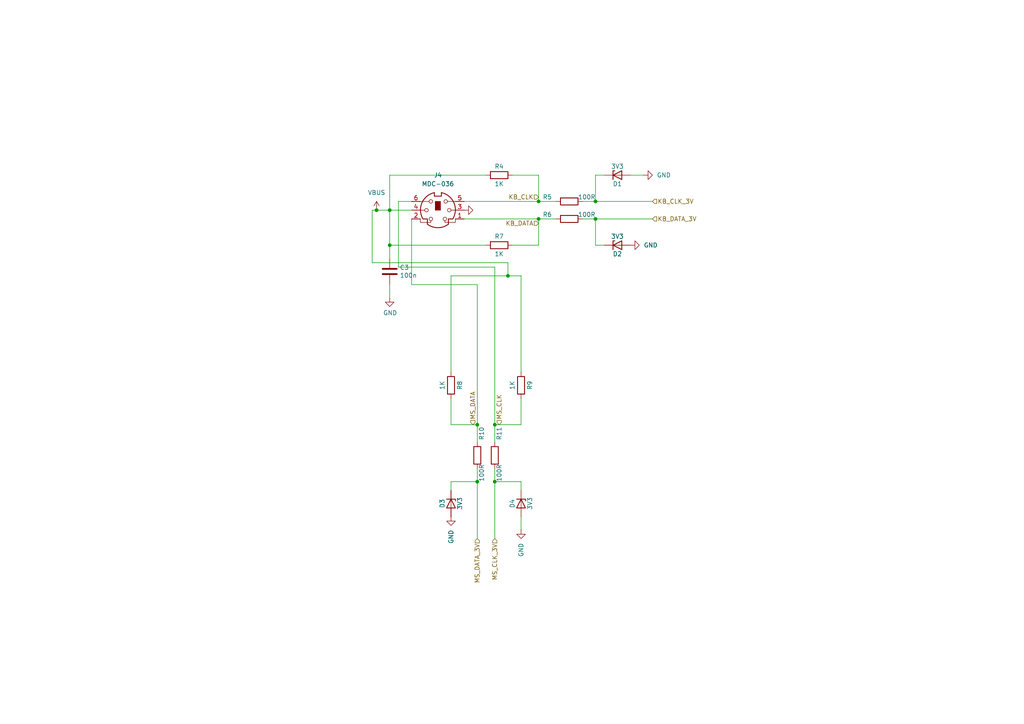
<source format=kicad_sch>
(kicad_sch (version 20250114) (generator "eeschema") (generator_version "9.0")
  (paper "A4")
  (title_block (title "TurboFRANK") (date "2025-03-19") (rev "1.04") (company "Mikhail Matveev") (comment 1 "https://github.com/xtremespb/frank"))
  (lib_symbols
    (symbol "Connector:Mini-DIN-6" (pin_names (offset 1.016))
      (property "Reference" "J" (at 0 6.35 0))
      (property "Value" "Mini-DIN-6" (at 0 -6.35 0))
      (symbol "Mini-DIN-6_0_1"
        (polyline (pts (xy -4.318 -2.54) (xy -3.048 -2.54) (xy -3.048 -4.064)) (stroke (width 0.254)))
        (polyline (pts (xy -3.81 0) (xy -5.08 0)))
        (circle (center -3.302 0) (radius 0.508))
        (polyline (pts (xy -2.54 2.54) (xy -5.08 2.54)))
        (circle (center -2.032 2.54) (radius 0.508))
        (circle (center -2.032 -2.54) (radius 0.508))
        (polyline (pts (xy -2.032 -3.048) (xy -2.032 -3.556) (xy -5.08 -3.556) (xy -5.08 -2.54)))
        (polyline (pts (xy -1.016 5.08) (xy -1.016 4.064) (xy 1.016 4.064) (xy 1.016 5.08)) (stroke (width 0.254)))
        (rectangle (start -0.762 2.54) (end 0.762 0) (fill (type outline)))
        (arc (start 3.048 -4.064) (mid 0 -5.08) (end -3.048 -4.064) (stroke (width 0.254)))
        (arc (start 1.016 5.08) (mid 4.6646 2.1356) (end 4.318 -2.54) (stroke (width 0.254)))
        (arc (start -4.318 -2.54) (mid -4.6241 2.1181) (end -1.016 5.08) (stroke (width 0.254)))
        (circle (center 2.032 -2.54) (radius 0.508))
        (polyline (pts (xy 2.032 -3.048) (xy 2.032 -3.556) (xy 5.08 -3.556) (xy 5.08 -2.54)))
        (circle (center 2.286 2.54) (radius 0.508))
        (polyline (pts (xy 2.794 2.54) (xy 5.08 2.54)))
        (circle (center 3.302 0) (radius 0.508))
        (polyline (pts (xy 4.318 -2.54) (xy 3.048 -2.54) (xy 3.048 -4.064)) (stroke (width 0.254)))
        (polyline (pts (xy 5.08 0) (xy 3.81 0)))
      )
      (symbol "Mini-DIN-6_1_1"
        (pin passive line (at -7.62 2.54 0) (length 2.54) (name "~") (number "6"))
        (pin passive line (at -7.62 0 0) (length 2.54) (name "~") (number "4"))
        (pin passive line (at -7.62 -2.54 0) (length 2.54) (name "~") (number "2"))
        (pin passive line (at 7.62 2.54 180) (length 2.54) (name "~") (number "5"))
        (pin passive line (at 7.62 0 180) (length 2.54) (name "~") (number "3"))
        (pin passive line (at 7.62 -2.54 180) (length 2.54) (name "~") (number "1"))
      )
    )
    (symbol "Device:C" (pin_numbers (hide yes)) (pin_names (offset 0.254))
      (property "Reference" "C" (at 0.635 2.54 0))
      (property "Value" "C" (at 0.635 -2.54 0))
      (symbol "C_0_1"
        (polyline (pts (xy -2.032 0.762) (xy 2.032 0.762)) (stroke (width 0.508)))
        (polyline (pts (xy -2.032 -0.762) (xy 2.032 -0.762)) (stroke (width 0.508)))
      )
      (symbol "C_1_1"
        (pin passive line (at 0 3.81 270) (length 2.794) (name "~") (number "1"))
        (pin passive line (at 0 -3.81 90) (length 2.794) (name "~") (number "2"))
      )
    )
    (symbol "Device:D_Zener" (pin_numbers (hide yes)) (pin_names (offset 1.016) (hide yes))
      (property "Reference" "D" (at 0 2.54 0))
      (property "Value" "D_Zener" (at 0 -2.54 0))
      (symbol "D_Zener_0_1"
        (polyline (pts (xy -1.27 -1.27) (xy -1.27 1.27) (xy -0.762 1.27)) (stroke (width 0.254)))
        (polyline (pts (xy 1.27 0) (xy -1.27 0)))
        (polyline (pts (xy 1.27 -1.27) (xy 1.27 1.27) (xy -1.27 0) (xy 1.27 -1.27)) (stroke (width 0.254)))
      )
      (symbol "D_Zener_1_1"
        (pin passive line (at -3.81 0 0) (length 2.54) (name "K") (number "1"))
        (pin passive line (at 3.81 0 180) (length 2.54) (name "A") (number "2"))
      )
    )
    (symbol "Device:R" (pin_numbers (hide yes)) (pin_names (offset 0))
      (property "Reference" "R" (at 2.032 0 90))
      (property "Value" "R" (at 0 0 90))
      (symbol "R_0_1"
        (rectangle (start -1.016 -2.54) (end 1.016 2.54) (stroke (width 0.254)))
      )
      (symbol "R_1_1"
        (pin passive line (at 0 3.81 270) (length 1.27) (name "~") (number "1"))
        (pin passive line (at 0 -3.81 90) (length 1.27) (name "~") (number "2"))
      )
    )
    (symbol "GND_1" (power) (pin_numbers (hide yes)) (pin_names (offset 0) (hide yes))
      (property "Value" "GND" (at 0 -3.81 0))
      (symbol "GND_1_0_1"
        (polyline (pts (xy 0 0) (xy 0 -1.27) (xy 1.27 -1.27) (xy 0 -2.54) (xy -1.27 -1.27) (xy 0 -1.27)))
      )
      (symbol "GND_1_1_1"
        (pin power_in line (at 0 0 270) (length 0) (name "~") (number "1"))
      )
    )
    (symbol "GND_2" (power) (pin_numbers (hide yes)) (pin_names (offset 0) (hide yes))
      (property "Value" "GND" (at 0 -3.81 0))
      (symbol "GND_2_0_1"
        (polyline (pts (xy 0 0) (xy 0 -1.27) (xy 1.27 -1.27) (xy 0 -2.54) (xy -1.27 -1.27) (xy 0 -1.27)))
      )
      (symbol "GND_2_1_1"
        (pin power_in line (at 0 0 270) (length 0) (name "~") (number "1"))
      )
    )
    (symbol "GND_3" (power) (pin_numbers (hide yes)) (pin_names (offset 0) (hide yes))
      (property "Value" "GND" (at 0 -3.81 0))
      (symbol "GND_3_0_1"
        (polyline (pts (xy 0 0) (xy 0 -1.27) (xy 1.27 -1.27) (xy 0 -2.54) (xy -1.27 -1.27) (xy 0 -1.27)))
      )
      (symbol "GND_3_1_1"
        (pin power_in line (at 0 0 270) (length 0) (name "~") (number "1"))
      )
    )
    (symbol "GND_4" (power) (pin_numbers (hide yes)) (pin_names (offset 0) (hide yes))
      (property "Value" "GND" (at 0 -3.81 0))
      (symbol "GND_4_0_1"
        (polyline (pts (xy 0 0) (xy 0 -1.27) (xy 1.27 -1.27) (xy 0 -2.54) (xy -1.27 -1.27) (xy 0 -1.27)))
      )
      (symbol "GND_4_1_1"
        (pin power_in line (at 0 0 270) (length 0) (name "~") (number "1"))
      )
    )
    (symbol "GND_6" (power) (pin_numbers (hide yes)) (pin_names (offset 0) (hide yes))
      (property "Value" "GND" (at 0 -3.81 0))
      (symbol "GND_6_0_1"
        (polyline (pts (xy 0 0) (xy 0 -1.27) (xy 1.27 -1.27) (xy 0 -2.54) (xy -1.27 -1.27) (xy 0 -1.27)))
      )
      (symbol "GND_6_1_1"
        (pin power_in line (at 0 0 270) (length 0) (name "~") (number "1"))
      )
    )
    (symbol "power:GND" (power) (pin_numbers (hide yes)) (pin_names (offset 0) (hide yes))
      (property "Value" "GND" (at 0 -3.81 0))
      (symbol "GND_0_1"
        (polyline (pts (xy 0 0) (xy 0 -1.27) (xy 1.27 -1.27) (xy 0 -2.54) (xy -1.27 -1.27) (xy 0 -1.27)))
      )
      (symbol "GND_1_1"
        (pin power_in line (at 0 0 270) (length 0) (name "~") (number "1"))
      )
    )
    (symbol "power:VBUS" (power) (pin_numbers (hide yes)) (pin_names (offset 0) (hide yes))
      (property "Value" "VBUS" (at 0 3.556 0))
      (symbol "VBUS_0_1"
        (polyline (pts (xy -0.762 1.27) (xy 0 2.54)))
        (polyline (pts (xy 0 2.54) (xy 0.762 1.27)))
        (polyline (pts (xy 0 0) (xy 0 2.54)))
      )
      (symbol "VBUS_1_1"
        (pin power_in line (at 0 0 90) (length 0) (name "~") (number "1"))
      )
    )
  )
  (junction (at 172.72 63.5))
  (junction (at 138.43 139.7))
  (junction (at 147.32 80.01))
  (junction (at 138.43 123.19))
  (junction (at 156.21 58.42))
  (junction (at 113.03 60.96))
  (junction (at 172.72 58.42))
  (junction (at 143.51 139.7))
  (junction (at 113.03 71.12))
  (junction (at 143.51 123.19))
  (junction (at 156.21 63.5))
  (junction (at 109.22 60.96))
  (wire (pts (xy 138.43 139.7) (xy 138.43 156.21)))
  (wire (pts (xy 151.13 123.19) (xy 143.51 123.19)))
  (wire (pts (xy 151.13 139.7) (xy 143.51 139.7)))
  (wire (pts (xy 156.21 63.5) (xy 161.29 63.5)))
  (wire (pts (xy 156.21 58.42) (xy 161.29 58.42)))
  (wire (pts (xy 140.97 71.12) (xy 113.03 71.12)))
  (wire (pts (xy 130.81 107.95) (xy 130.81 80.01)))
  (wire (pts (xy 130.81 115.57) (xy 130.81 123.19)))
  (wire (pts (xy 109.22 60.96) (xy 107.95 60.96)))
  (wire (pts (xy 113.03 71.12) (xy 113.03 74.93)))
  (wire (pts (xy 113.03 50.8) (xy 113.03 60.96)))
  (wire (pts (xy 143.51 139.7) (xy 143.51 135.89)))
  (wire (pts (xy 143.51 139.7) (xy 143.51 156.21)))
  (wire (pts (xy 119.38 63.5) (xy 119.38 82.55)))
  (wire (pts (xy 182.88 50.8) (xy 186.69 50.8)))
  (wire (pts (xy 151.13 142.24) (xy 151.13 139.7)))
  (wire (pts (xy 172.72 63.5) (xy 168.91 63.5)))
  (wire (pts (xy 172.72 71.12) (xy 172.72 63.5)))
  (wire (pts (xy 151.13 115.57) (xy 151.13 123.19)))
  (wire (pts (xy 172.72 63.5) (xy 189.23 63.5)))
  (wire (pts (xy 113.03 71.12) (xy 113.03 60.96)))
  (wire (pts (xy 140.97 50.8) (xy 113.03 50.8)))
  (wire (pts (xy 119.38 58.42) (xy 115.57 58.42)))
  (wire (pts (xy 147.32 76.2) (xy 147.32 80.01)))
  (wire (pts (xy 147.32 80.01) (xy 151.13 80.01)))
  (wire (pts (xy 130.81 139.7) (xy 138.43 139.7)))
  (wire (pts (xy 175.26 71.12) (xy 172.72 71.12)))
  (wire (pts (xy 138.43 123.19) (xy 130.81 123.19)))
  (wire (pts (xy 175.26 50.8) (xy 172.72 50.8)))
  (wire (pts (xy 134.62 63.5) (xy 156.21 63.5)))
  (wire (pts (xy 115.57 58.42) (xy 115.57 77.47)))
  (wire (pts (xy 172.72 58.42) (xy 189.23 58.42)))
  (wire (pts (xy 119.38 82.55) (xy 138.43 82.55)))
  (wire (pts (xy 172.72 50.8) (xy 172.72 58.42)))
  (wire (pts (xy 113.03 60.96) (xy 119.38 60.96)))
  (wire (pts (xy 113.03 60.96) (xy 109.22 60.96)))
  (wire (pts (xy 148.59 71.12) (xy 156.21 71.12)))
  (wire (pts (xy 156.21 50.8) (xy 156.21 58.42)))
  (wire (pts (xy 107.95 76.2) (xy 147.32 76.2)))
  (wire (pts (xy 143.51 123.19) (xy 143.51 128.27)))
  (wire (pts (xy 130.81 142.24) (xy 130.81 139.7)))
  (wire (pts (xy 138.43 82.55) (xy 138.43 123.19)))
  (wire (pts (xy 138.43 139.7) (xy 138.43 135.89)))
  (wire (pts (xy 115.57 77.47) (xy 143.51 77.47)))
  (wire (pts (xy 107.95 60.96) (xy 107.95 76.2)))
  (wire (pts (xy 134.62 58.42) (xy 156.21 58.42)))
  (wire (pts (xy 151.13 107.95) (xy 151.13 80.01)))
  (wire (pts (xy 148.59 50.8) (xy 156.21 50.8)))
  (wire (pts (xy 113.03 82.55) (xy 113.03 86.36)))
  (wire (pts (xy 130.81 80.01) (xy 147.32 80.01)))
  (wire (pts (xy 156.21 63.5) (xy 156.21 71.12)))
  (wire (pts (xy 143.51 77.47) (xy 143.51 123.19)))
  (wire (pts (xy 138.43 123.19) (xy 138.43 128.27)))
  (wire (pts (xy 172.72 58.42) (xy 168.91 58.42)))
  (wire (pts (xy 151.13 149.86) (xy 151.13 153.67)))
  (hierarchical_label "MS_CLK_3V" (shape input) (at 143.51 156.21 270))
  (hierarchical_label "MS_CLK" (shape input) (at 144.78 123.19 90))
  (hierarchical_label "KB_CLK" (shape input) (at 156.21 57.15 180))
  (hierarchical_label "KB_DATA_3V" (shape input) (at 189.23 63.5 0))
  (hierarchical_label "MS_DATA_3V" (shape input) (at 138.43 156.21 270))
  (hierarchical_label "MS_DATA" (shape input) (at 137.16 123.19 90))
  (hierarchical_label "KB_CLK_3V" (shape input) (at 189.23 58.42 0))
  (hierarchical_label "KB_DATA" (shape input) (at 156.21 64.77 180))
  (symbol (lib_name "GND_6") (lib_id "power:GND") (at 182.88 71.12 90) (unit 1)
    (property "Reference" "#PWR022" (effects (hide yes)))
    (property "Value" "GND" (at 186.69 71.1199 90) (effects (justify right)))
    (property "Description" "Power symbol creates a global label with name \"GND\" , ground" (effects (hide yes)))
  )
  (symbol (lib_id "Device:D_Zener") (at 179.07 71.12 0) (unit 1)
    (property "Reference" "D2" (at 179.07 73.66 0))
    (property "Value" "3V3" (at 179.07 68.58 0))
    (property "Footprint" "FRANK:Diode (SOD-323)" (effects (hide yes)))
    (property "Datasheet" "https://www.vishay.com/docs/83335/bzx384g.pdf" (effects (hide yes)))
    (property "AliExpress" "https://www.aliexpress.com/item/1005006143480992.html" (effects (hide yes)))
  )
  (symbol (lib_name "GND_3") (lib_id "power:GND") (at 113.03 86.36 0) (unit 1)
    (property "Reference" "#PWR023" (effects (hide yes)))
    (property "Value" "GND" (at 113.157 90.7542 0))
    (property "Description" "Power symbol creates a global label with name \"GND\" , ground" (effects (hide yes)))
  )
  (symbol (lib_id "Device:R") (at 130.81 111.76 0) (unit 1)
    (property "Reference" "R8" (at 133.35 111.76 90))
    (property "Value" "1K" (at 128.27 111.76 90))
    (property "Footprint" "FRANK:Resistor (0805)" (effects (hide yes)))
    (property "Datasheet" "https://www.vishay.com/docs/28952/mcs0402at-mct0603at-mcu0805at-mca1206at.pdf" (effects (hide yes)))
    (property "AliExpress" "https://www.aliexpress.com/item/1005005945735199.html" (effects (hide yes)))
  )
  (symbol (lib_name "GND_1") (lib_id "power:GND") (at 151.13 153.67 0) (unit 1)
    (property "Reference" "#PWR025" (effects (hide yes)))
    (property "Value" "GND" (at 151.1301 157.48 90) (effects (justify right)))
    (property "Description" "Power symbol creates a global label with name \"GND\" , ground" (effects (hide yes)))
  )
  (symbol (lib_id "Device:R") (at 165.1 63.5 90) (unit 1)
    (property "Reference" "R6" (at 158.75 62.23 90))
    (property "Value" "100R" (at 170.18 62.23 90))
    (property "Footprint" "FRANK:Resistor (0805)" (effects (hide yes)))
    (property "Datasheet" "https://www.vishay.com/docs/28952/mcs0402at-mct0603at-mcu0805at-mca1206at.pdf" (effects (hide yes)))
    (property "AliExpress" "https://www.aliexpress.com/item/1005005945735199.html" (effects (hide yes)))
  )
  (symbol (lib_id "Device:R") (at 151.13 111.76 0) (unit 1)
    (property "Reference" "R9" (at 153.67 111.76 90))
    (property "Value" "1K" (at 148.59 111.76 90))
    (property "Footprint" "FRANK:Resistor (0805)" (effects (hide yes)))
    (property "Datasheet" "https://www.vishay.com/docs/28952/mcs0402at-mct0603at-mcu0805at-mca1206at.pdf" (effects (hide yes)))
    (property "AliExpress" "https://www.aliexpress.com/item/1005005945735199.html" (effects (hide yes)))
  )
  (symbol (lib_id "Device:R") (at 165.1 58.42 90) (unit 1)
    (property "Reference" "R5" (at 158.75 57.15 90))
    (property "Value" "100R" (at 170.18 57.15 90))
    (property "Footprint" "FRANK:Resistor (0805)" (effects (hide yes)))
    (property "Datasheet" "https://www.vishay.com/docs/28952/mcs0402at-mct0603at-mcu0805at-mca1206at.pdf" (effects (hide yes)))
    (property "AliExpress" "https://www.aliexpress.com/item/1005005945735199.html" (effects (hide yes)))
  )
  (symbol (lib_id "Device:R") (at 138.43 132.08 0) (unit 1)
    (property "Reference" "R10" (at 139.7 125.73 90))
    (property "Value" "100R" (at 139.7 137.16 90))
    (property "Footprint" "FRANK:Resistor (0805)" (effects (hide yes)))
    (property "Datasheet" "https://www.vishay.com/docs/28952/mcs0402at-mct0603at-mcu0805at-mca1206at.pdf" (effects (hide yes)))
    (property "AliExpress" "https://www.aliexpress.com/item/1005005945735199.html" (effects (hide yes)))
  )
  (symbol (lib_name "GND_4") (lib_id "power:GND") (at 186.69 50.8 90) (unit 1)
    (property "Reference" "#PWR019" (effects (hide yes)))
    (property "Value" "GND" (at 190.5 50.7999 90) (effects (justify right)))
    (property "Description" "Power symbol creates a global label with name \"GND\" , ground" (effects (hide yes)))
  )
  (symbol (lib_id "Device:D_Zener") (at 130.81 146.05 270) (unit 1)
    (property "Reference" "D3" (at 128.27 146.05 0))
    (property "Value" "3V3" (at 133.35 146.05 0))
    (property "Footprint" "FRANK:Diode (SOD-323)" (effects (hide yes)))
    (property "Datasheet" "https://www.vishay.com/docs/83335/bzx384g.pdf" (effects (hide yes)))
    (property "AliExpress" "https://www.aliexpress.com/item/1005006143480992.html" (effects (hide yes)))
  )
  (symbol (lib_id "power:VBUS") (at 109.22 60.96 0) (unit 1)
    (property "Reference" "#PWR020" (effects (hide yes)))
    (property "Value" "VBUS" (at 109.22 55.88 0))
    (property "Description" "Power symbol creates a global label with name \"VBUS\"" (effects (hide yes)))
  )
  (symbol (lib_id "Device:R") (at 144.78 71.12 90) (unit 1)
    (property "Reference" "R7" (at 144.78 68.58 90))
    (property "Value" "1K" (at 144.78 73.66 90))
    (property "Footprint" "FRANK:Resistor (0805)" (effects (hide yes)))
    (property "Datasheet" "https://www.vishay.com/docs/28952/mcs0402at-mct0603at-mcu0805at-mca1206at.pdf" (effects (hide yes)))
    (property "AliExpress" "https://www.aliexpress.com/item/1005005945735199.html" (effects (hide yes)))
  )
  (symbol (lib_id "Device:R") (at 144.78 50.8 90) (unit 1)
    (property "Reference" "R4" (at 144.78 48.26 90))
    (property "Value" "1K" (at 144.78 53.34 90))
    (property "Footprint" "FRANK:Resistor (0805)" (effects (hide yes)))
    (property "Datasheet" "https://www.vishay.com/docs/28952/mcs0402at-mct0603at-mcu0805at-mca1206at.pdf" (effects (hide yes)))
    (property "AliExpress" "https://www.aliexpress.com/item/1005005945735199.html" (effects (hide yes)))
  )
  (symbol (lib_id "Connector:Mini-DIN-6") (at 127 60.96 0) (unit 1)
    (property "Reference" "J4" (at 127.0177 50.8 0))
    (property "Value" "MDC-036" (at 127.0177 53.34 0))
    (property "Footprint" "FRANK:MiniDIN (6 Pin, female)" (effects (hide yes)))
    (property "Datasheet" "http://service.powerdynamics.com/ec/Catalog17/Section%2011.pdf" (effects (hide yes)))
    (property "AliExpress" "https://www.aliexpress.com/item/4000106131593.html" (effects (hide yes)))
  )
  (symbol (lib_id "power:GND") (at 134.62 60.96 90) (unit 1)
    (property "Reference" "#PWR021" (effects (hide yes)))
    (property "Value" "GND" (effects (hide yes)))
    (property "Description" "Power symbol creates a global label with name \"GND\" , ground" (effects (hide yes)))
  )
  (symbol (lib_name "GND_2") (lib_id "power:GND") (at 130.81 149.86 0) (unit 1)
    (property "Reference" "#PWR024" (effects (hide yes)))
    (property "Value" "GND" (at 130.8101 153.67 90) (effects (justify right)))
    (property "Description" "Power symbol creates a global label with name \"GND\" , ground" (effects (hide yes)))
  )
  (symbol (lib_id "Device:D_Zener") (at 179.07 50.8 0) (unit 1)
    (property "Reference" "D1" (at 179.07 53.34 0))
    (property "Value" "3V3" (at 179.07 48.26 0))
    (property "Footprint" "FRANK:Diode (SOD-323)" (effects (hide yes)))
    (property "Datasheet" "https://www.vishay.com/docs/83335/bzx384g.pdf" (effects (hide yes)))
    (property "AliExpress" "https://www.aliexpress.com/item/1005006143480992.html" (effects (hide yes)))
  )
  (symbol (lib_id "Device:R") (at 143.51 132.08 0) (unit 1)
    (property "Reference" "R11" (at 144.78 125.73 90))
    (property "Value" "100R" (at 144.78 137.16 90))
    (property "Footprint" "FRANK:Resistor (0805)" (effects (hide yes)))
    (property "Datasheet" "https://www.vishay.com/docs/28952/mcs0402at-mct0603at-mcu0805at-mca1206at.pdf" (effects (hide yes)))
    (property "AliExpress" "https://www.aliexpress.com/item/1005005945735199.html" (effects (hide yes)))
  )
  (symbol (lib_id "Device:D_Zener") (at 151.13 146.05 270) (unit 1)
    (property "Reference" "D4" (at 148.59 146.05 0))
    (property "Value" "3V3" (at 153.67 146.05 0))
    (property "Footprint" "FRANK:Diode (SOD-323)" (effects (hide yes)))
    (property "Datasheet" "https://www.vishay.com/docs/83335/bzx384g.pdf" (effects (hide yes)))
    (property "AliExpress" "https://www.aliexpress.com/item/1005006143480992.html" (effects (hide yes)))
  )
  (symbol (lib_id "Device:C") (at 113.03 78.74 0) (unit 1)
    (property "Reference" "C3" (at 115.951 77.5716 0) (effects (justify left)))
    (property "Value" "100n" (at 115.951 79.883 0) (effects (justify left)))
    (property "Footprint" "FRANK:Capacitor (0805)" (effects (hide yes)))
    (property "Datasheet" "https://eu.mouser.com/datasheet/2/40/KGM_X7R-3223212.pdf" (effects (hide yes)))
    (property "AliExpress" "https://www.aliexpress.com/item/33008008276.html" (effects (hide yes)))
  )
)
</source>
